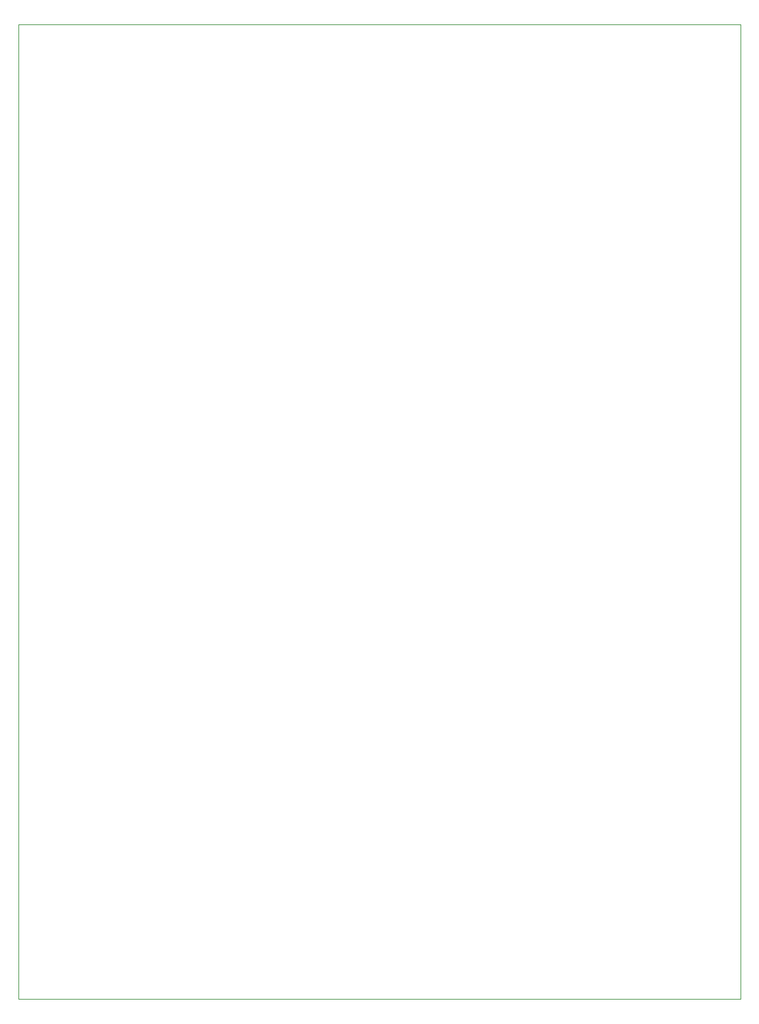
<source format=gbr>
%TF.GenerationSoftware,KiCad,Pcbnew,(5.1.10)-1*%
%TF.CreationDate,2021-10-29T11:14:33-04:00*%
%TF.ProjectId,A7585-test-board,41373538-352d-4746-9573-742d626f6172,rev?*%
%TF.SameCoordinates,Original*%
%TF.FileFunction,Profile,NP*%
%FSLAX46Y46*%
G04 Gerber Fmt 4.6, Leading zero omitted, Abs format (unit mm)*
G04 Created by KiCad (PCBNEW (5.1.10)-1) date 2021-10-29 11:14:33*
%MOMM*%
%LPD*%
G01*
G04 APERTURE LIST*
%TA.AperFunction,Profile*%
%ADD10C,0.100000*%
%TD*%
G04 APERTURE END LIST*
D10*
X153670000Y-35560000D02*
X153670000Y-160655000D01*
X60960000Y-35560000D02*
X153670000Y-35560000D01*
X60960000Y-160655000D02*
X60960000Y-35560000D01*
X153670000Y-160655000D02*
X60960000Y-160655000D01*
M02*

</source>
